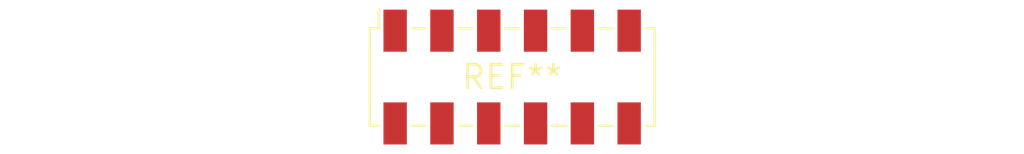
<source format=kicad_pcb>
(kicad_pcb (version 20240108) (generator pcbnew)
  (layers (0 "F.Cu" signal) (31 "B.Cu" signal) (34 "B.Paste" user) (35 "F.Paste" user) (36 "B.SilkS" user "B.Silkscreen") (37 "F.SilkS" user "F.Silkscreen") (38 "B.Mask" user) (39 "F.Mask" user) (44 "Edge.Cuts" user))
  (net 0 "")
  (footprint "Samtec_HLE-106-02-xxx-DV_2x06_P2.54mm_Horizontal" (layer "F.Cu") (at 0 0)
    (property "Reference" "REF**")
    (property "Value" "Samtec_HLE-106-02-xxx-DV_2x06_P2.54mm_Horizontal")
    (fp_line (start -7.73 -2.65) (end -7.73 2.65) (layer "F.SilkS") (stroke (width 0.12)))
    (fp_line (start -7.73 2.65) (end -7.245 2.65) (layer "F.SilkS") (stroke (width 0.12)))
    (fp_line (start -7.245 -3.67) (end -7.245 -2.65) (layer "F.SilkS") (stroke (width 0.12)))
    (fp_line (start -7.245 -2.65) (end -7.73 -2.65) (layer "F.SilkS") (stroke (width 0.12)))
    (fp_line (start -5.455 -2.65) (end -4.705 -2.65) (layer "F.SilkS") (stroke (width 0.12)))
    (fp_line (start -5.455 2.65) (end -4.705 2.65) (layer "F.SilkS") (stroke (width 0.12)))
    (fp_line (start -2.915 -2.65) (end -2.165 -2.65) (layer "F.SilkS") (stroke (width 0.12)))
    (fp_line (start -2.915 2.65) (end -2.165 2.65) (layer "F.SilkS") (stroke (width 0.12)))
    (fp_line (start -0.375 -2.65) (end 0.375 -2.65) (layer "F.SilkS") (stroke (width 0.12)))
    (fp_line (start -0.375 2.65) (end 0.375 2.65) (layer "F.SilkS") (stroke (width 0.12)))
    (fp_line (start 2.165 -2.65) (end 2.915 -2.65) (layer "F.SilkS") (stroke (width 0.12)))
    (fp_line (start 2.165 2.65) (end 2.915 2.65) (layer "F.SilkS") (stroke (width 0.12)))
    (fp_line (start 4.705 -2.65) (end 5.455 -2.65) (layer "F.SilkS") (stroke (width 0.12)))
    (fp_line (start 4.705 2.65) (end 5.455 2.65) (layer "F.SilkS") (stroke (width 0.12)))
    (fp_line (start 7.245 -2.65) (end 7.73 -2.65) (layer "F.SilkS") (stroke (width 0.12)))
    (fp_line (start 7.73 -2.65) (end 7.73 2.65) (layer "F.SilkS") (stroke (width 0.12)))
    (fp_line (start 7.73 2.65) (end 7.245 2.65) (layer "F.SilkS") (stroke (width 0.12)))
    (pad "1" smd rect (at -6.35 -2.525) (size 1.27 2.29) (layers "F.Cu" "F.Paste" "F.Mask"))
    (pad "2" smd rect (at -6.35 2.525) (size 1.27 2.29) (layers "F.Cu" "F.Paste" "F.Mask"))
    (pad "3" smd rect (at -3.81 -2.525) (size 1.27 2.29) (layers "F.Cu" "F.Paste" "F.Mask"))
    (pad "4" smd rect (at -3.81 2.525) (size 1.27 2.29) (layers "F.Cu" "F.Paste" "F.Mask"))
    (pad "5" smd rect (at -1.27 -2.525) (size 1.27 2.29) (layers "F.Cu" "F.Paste" "F.Mask"))
    (pad "6" smd rect (at -1.27 2.525) (size 1.27 2.29) (layers "F.Cu" "F.Paste" "F.Mask"))
    (pad "7" smd rect (at 1.27 -2.525) (size 1.27 2.29) (layers "F.Cu" "F.Paste" "F.Mask"))
    (pad "8" smd rect (at 1.27 2.525) (size 1.27 2.29) (layers "F.Cu" "F.Paste" "F.Mask"))
    (pad "9" smd rect (at 3.81 -2.525) (size 1.27 2.29) (layers "F.Cu" "F.Paste" "F.Mask"))
    (pad "10" smd rect (at 3.81 2.525) (size 1.27 2.29) (layers "F.Cu" "F.Paste" "F.Mask"))
    (pad "11" smd rect (at 6.35 -2.525) (size 1.27 2.29) (layers "F.Cu" "F.Paste" "F.Mask"))
    (pad "12" smd rect (at 6.35 2.525) (size 1.27 2.29) (layers "F.Cu" "F.Paste" "F.Mask"))
  )
)
</source>
